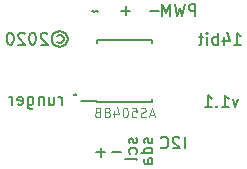
<source format=gbo>
G04 #@! TF.GenerationSoftware,KiCad,Pcbnew,(5.1.5-0-10_14)*
G04 #@! TF.CreationDate,2020-09-28T19:56:29+02:00*
G04 #@! TF.ProjectId,Encoder,456e636f-6465-4722-9e6b-696361645f70,1.1*
G04 #@! TF.SameCoordinates,Original*
G04 #@! TF.FileFunction,Legend,Bot*
G04 #@! TF.FilePolarity,Positive*
%FSLAX46Y46*%
G04 Gerber Fmt 4.6, Leading zero omitted, Abs format (unit mm)*
G04 Created by KiCad (PCBNEW (5.1.5-0-10_14)) date 2020-09-28 19:56:29*
%MOMM*%
%LPD*%
G04 APERTURE LIST*
%ADD10C,0.150000*%
%ADD11C,0.125000*%
G04 APERTURE END LIST*
D10*
X112988000Y-95269142D02*
X113035619Y-95316761D01*
X112988000Y-95364380D01*
X112940380Y-95316761D01*
X112988000Y-95269142D01*
X112988000Y-95364380D01*
X119492761Y-98992952D02*
X119540380Y-99088190D01*
X119540380Y-99278666D01*
X119492761Y-99373904D01*
X119397523Y-99421523D01*
X119349904Y-99421523D01*
X119254666Y-99373904D01*
X119207047Y-99278666D01*
X119207047Y-99135809D01*
X119159428Y-99040571D01*
X119064190Y-98992952D01*
X119016571Y-98992952D01*
X118921333Y-99040571D01*
X118873714Y-99135809D01*
X118873714Y-99278666D01*
X118921333Y-99373904D01*
X119540380Y-100278666D02*
X118540380Y-100278666D01*
X119492761Y-100278666D02*
X119540380Y-100183428D01*
X119540380Y-99992952D01*
X119492761Y-99897714D01*
X119445142Y-99850095D01*
X119349904Y-99802476D01*
X119064190Y-99802476D01*
X118968952Y-99850095D01*
X118921333Y-99897714D01*
X118873714Y-99992952D01*
X118873714Y-100183428D01*
X118921333Y-100278666D01*
X119540380Y-101183428D02*
X119016571Y-101183428D01*
X118921333Y-101135809D01*
X118873714Y-101040571D01*
X118873714Y-100850095D01*
X118921333Y-100754857D01*
X119492761Y-101183428D02*
X119540380Y-101088190D01*
X119540380Y-100850095D01*
X119492761Y-100754857D01*
X119397523Y-100707238D01*
X119302285Y-100707238D01*
X119207047Y-100754857D01*
X119159428Y-100850095D01*
X119159428Y-101088190D01*
X119111809Y-101183428D01*
X118192761Y-99007238D02*
X118240380Y-99102476D01*
X118240380Y-99292952D01*
X118192761Y-99388190D01*
X118097523Y-99435809D01*
X118049904Y-99435809D01*
X117954666Y-99388190D01*
X117907047Y-99292952D01*
X117907047Y-99150095D01*
X117859428Y-99054857D01*
X117764190Y-99007238D01*
X117716571Y-99007238D01*
X117621333Y-99054857D01*
X117573714Y-99150095D01*
X117573714Y-99292952D01*
X117621333Y-99388190D01*
X118192761Y-100292952D02*
X118240380Y-100197714D01*
X118240380Y-100007238D01*
X118192761Y-99912000D01*
X118145142Y-99864380D01*
X118049904Y-99816761D01*
X117764190Y-99816761D01*
X117668952Y-99864380D01*
X117621333Y-99912000D01*
X117573714Y-100007238D01*
X117573714Y-100197714D01*
X117621333Y-100292952D01*
X118240380Y-100864380D02*
X118192761Y-100769142D01*
X118097523Y-100721523D01*
X117240380Y-100721523D01*
X116868952Y-100183428D02*
X116107047Y-100183428D01*
X115568952Y-100183428D02*
X114807047Y-100183428D01*
X115188000Y-100564380D02*
X115188000Y-99802476D01*
X120068952Y-88183428D02*
X119307047Y-88183428D01*
X114909904Y-88303428D02*
X114862285Y-88255809D01*
X114767047Y-88208190D01*
X114576571Y-88303428D01*
X114481333Y-88255809D01*
X114433714Y-88208190D01*
X117668952Y-88183428D02*
X116907047Y-88183428D01*
X117288000Y-88564380D02*
X117288000Y-87802476D01*
X111502285Y-90302476D02*
X111597523Y-90254857D01*
X111788000Y-90254857D01*
X111883238Y-90302476D01*
X111978476Y-90397714D01*
X112026095Y-90492952D01*
X112026095Y-90683428D01*
X111978476Y-90778666D01*
X111883238Y-90873904D01*
X111788000Y-90921523D01*
X111597523Y-90921523D01*
X111502285Y-90873904D01*
X111692761Y-89921523D02*
X111930857Y-89969142D01*
X112168952Y-90112000D01*
X112311809Y-90350095D01*
X112359428Y-90588190D01*
X112311809Y-90826285D01*
X112168952Y-91064380D01*
X111930857Y-91207238D01*
X111692761Y-91254857D01*
X111454666Y-91207238D01*
X111216571Y-91064380D01*
X111073714Y-90826285D01*
X111026095Y-90588190D01*
X111073714Y-90350095D01*
X111216571Y-90112000D01*
X111454666Y-89969142D01*
X111692761Y-89921523D01*
X110645142Y-90159619D02*
X110597523Y-90112000D01*
X110502285Y-90064380D01*
X110264190Y-90064380D01*
X110168952Y-90112000D01*
X110121333Y-90159619D01*
X110073714Y-90254857D01*
X110073714Y-90350095D01*
X110121333Y-90492952D01*
X110692761Y-91064380D01*
X110073714Y-91064380D01*
X109454666Y-90064380D02*
X109359428Y-90064380D01*
X109264190Y-90112000D01*
X109216571Y-90159619D01*
X109168952Y-90254857D01*
X109121333Y-90445333D01*
X109121333Y-90683428D01*
X109168952Y-90873904D01*
X109216571Y-90969142D01*
X109264190Y-91016761D01*
X109359428Y-91064380D01*
X109454666Y-91064380D01*
X109549904Y-91016761D01*
X109597523Y-90969142D01*
X109645142Y-90873904D01*
X109692761Y-90683428D01*
X109692761Y-90445333D01*
X109645142Y-90254857D01*
X109597523Y-90159619D01*
X109549904Y-90112000D01*
X109454666Y-90064380D01*
X108740380Y-90159619D02*
X108692761Y-90112000D01*
X108597523Y-90064380D01*
X108359428Y-90064380D01*
X108264190Y-90112000D01*
X108216571Y-90159619D01*
X108168952Y-90254857D01*
X108168952Y-90350095D01*
X108216571Y-90492952D01*
X108788000Y-91064380D01*
X108168952Y-91064380D01*
X107549904Y-90064380D02*
X107454666Y-90064380D01*
X107359428Y-90112000D01*
X107311809Y-90159619D01*
X107264190Y-90254857D01*
X107216571Y-90445333D01*
X107216571Y-90683428D01*
X107264190Y-90873904D01*
X107311809Y-90969142D01*
X107359428Y-91016761D01*
X107454666Y-91064380D01*
X107549904Y-91064380D01*
X107645142Y-91016761D01*
X107692761Y-90969142D01*
X107740380Y-90873904D01*
X107788000Y-90683428D01*
X107788000Y-90445333D01*
X107740380Y-90254857D01*
X107692761Y-90159619D01*
X107645142Y-90112000D01*
X107549904Y-90064380D01*
X111854666Y-96164380D02*
X111854666Y-95497714D01*
X111854666Y-95688190D02*
X111807047Y-95592952D01*
X111759428Y-95545333D01*
X111664190Y-95497714D01*
X111568952Y-95497714D01*
X110807047Y-95497714D02*
X110807047Y-96164380D01*
X111235619Y-95497714D02*
X111235619Y-96021523D01*
X111188000Y-96116761D01*
X111092761Y-96164380D01*
X110949904Y-96164380D01*
X110854666Y-96116761D01*
X110807047Y-96069142D01*
X110330857Y-95497714D02*
X110330857Y-96164380D01*
X110330857Y-95592952D02*
X110283238Y-95545333D01*
X110188000Y-95497714D01*
X110045142Y-95497714D01*
X109949904Y-95545333D01*
X109902285Y-95640571D01*
X109902285Y-96164380D01*
X108997523Y-95497714D02*
X108997523Y-96307238D01*
X109045142Y-96402476D01*
X109092761Y-96450095D01*
X109188000Y-96497714D01*
X109330857Y-96497714D01*
X109426095Y-96450095D01*
X108997523Y-96116761D02*
X109092761Y-96164380D01*
X109283238Y-96164380D01*
X109378476Y-96116761D01*
X109426095Y-96069142D01*
X109473714Y-95973904D01*
X109473714Y-95688190D01*
X109426095Y-95592952D01*
X109378476Y-95545333D01*
X109283238Y-95497714D01*
X109092761Y-95497714D01*
X108997523Y-95545333D01*
X108140380Y-96116761D02*
X108235619Y-96164380D01*
X108426095Y-96164380D01*
X108521333Y-96116761D01*
X108568952Y-96021523D01*
X108568952Y-95640571D01*
X108521333Y-95545333D01*
X108426095Y-95497714D01*
X108235619Y-95497714D01*
X108140380Y-95545333D01*
X108092761Y-95640571D01*
X108092761Y-95735809D01*
X108568952Y-95831047D01*
X107664190Y-96164380D02*
X107664190Y-95497714D01*
X107664190Y-95688190D02*
X107616571Y-95592952D01*
X107568952Y-95545333D01*
X107473714Y-95497714D01*
X107378476Y-95497714D01*
X123192761Y-88664380D02*
X123192761Y-87664380D01*
X122811809Y-87664380D01*
X122716571Y-87712000D01*
X122668952Y-87759619D01*
X122621333Y-87854857D01*
X122621333Y-87997714D01*
X122668952Y-88092952D01*
X122716571Y-88140571D01*
X122811809Y-88188190D01*
X123192761Y-88188190D01*
X122288000Y-87664380D02*
X122049904Y-88664380D01*
X121859428Y-87950095D01*
X121668952Y-88664380D01*
X121430857Y-87664380D01*
X121049904Y-88664380D02*
X121049904Y-87664380D01*
X120716571Y-88378666D01*
X120383238Y-87664380D01*
X120383238Y-88664380D01*
X122264190Y-99864380D02*
X122264190Y-98864380D01*
X121835619Y-98959619D02*
X121788000Y-98912000D01*
X121692761Y-98864380D01*
X121454666Y-98864380D01*
X121359428Y-98912000D01*
X121311809Y-98959619D01*
X121264190Y-99054857D01*
X121264190Y-99150095D01*
X121311809Y-99292952D01*
X121883238Y-99864380D01*
X121264190Y-99864380D01*
X120264190Y-99769142D02*
X120311809Y-99816761D01*
X120454666Y-99864380D01*
X120549904Y-99864380D01*
X120692761Y-99816761D01*
X120788000Y-99721523D01*
X120835619Y-99626285D01*
X120883238Y-99435809D01*
X120883238Y-99292952D01*
X120835619Y-99102476D01*
X120788000Y-99007238D01*
X120692761Y-98912000D01*
X120549904Y-98864380D01*
X120454666Y-98864380D01*
X120311809Y-98912000D01*
X120264190Y-98959619D01*
X126454666Y-91064380D02*
X127026095Y-91064380D01*
X126740380Y-91064380D02*
X126740380Y-90064380D01*
X126835619Y-90207238D01*
X126930857Y-90302476D01*
X127026095Y-90350095D01*
X125597523Y-90397714D02*
X125597523Y-91064380D01*
X125835619Y-90016761D02*
X126073714Y-90731047D01*
X125454666Y-90731047D01*
X125073714Y-91064380D02*
X125073714Y-90064380D01*
X125073714Y-90445333D02*
X124978476Y-90397714D01*
X124788000Y-90397714D01*
X124692761Y-90445333D01*
X124645142Y-90492952D01*
X124597523Y-90588190D01*
X124597523Y-90873904D01*
X124645142Y-90969142D01*
X124692761Y-91016761D01*
X124788000Y-91064380D01*
X124978476Y-91064380D01*
X125073714Y-91016761D01*
X124168952Y-91064380D02*
X124168952Y-90397714D01*
X124168952Y-90064380D02*
X124216571Y-90112000D01*
X124168952Y-90159619D01*
X124121333Y-90112000D01*
X124168952Y-90064380D01*
X124168952Y-90159619D01*
X123835619Y-90397714D02*
X123454666Y-90397714D01*
X123692761Y-90064380D02*
X123692761Y-90921523D01*
X123645142Y-91016761D01*
X123549904Y-91064380D01*
X123454666Y-91064380D01*
X126816571Y-95697714D02*
X126578476Y-96364380D01*
X126340380Y-95697714D01*
X125435619Y-96364380D02*
X126007047Y-96364380D01*
X125721333Y-96364380D02*
X125721333Y-95364380D01*
X125816571Y-95507238D01*
X125911809Y-95602476D01*
X126007047Y-95650095D01*
X125007047Y-96269142D02*
X124959428Y-96316761D01*
X125007047Y-96364380D01*
X125054666Y-96316761D01*
X125007047Y-96269142D01*
X125007047Y-96364380D01*
X124007047Y-96364380D02*
X124578476Y-96364380D01*
X124292761Y-96364380D02*
X124292761Y-95364380D01*
X124388000Y-95507238D01*
X124483238Y-95602476D01*
X124578476Y-95650095D01*
X114863000Y-95812000D02*
X113513000Y-95812000D01*
X114863000Y-90687000D02*
X119513000Y-90687000D01*
X114863000Y-95937000D02*
X119513000Y-95937000D01*
X114863000Y-90687000D02*
X114863000Y-90912000D01*
X119513000Y-90687000D02*
X119513000Y-90912000D01*
X119513000Y-95937000D02*
X119513000Y-95712000D01*
X114863000Y-95937000D02*
X114863000Y-95812000D01*
D11*
X119683238Y-96995333D02*
X119302285Y-96995333D01*
X119759428Y-97223904D02*
X119492761Y-96423904D01*
X119226095Y-97223904D01*
X118997523Y-97185809D02*
X118883238Y-97223904D01*
X118692761Y-97223904D01*
X118616571Y-97185809D01*
X118578476Y-97147714D01*
X118540380Y-97071523D01*
X118540380Y-96995333D01*
X118578476Y-96919142D01*
X118616571Y-96881047D01*
X118692761Y-96842952D01*
X118845142Y-96804857D01*
X118921333Y-96766761D01*
X118959428Y-96728666D01*
X118997523Y-96652476D01*
X118997523Y-96576285D01*
X118959428Y-96500095D01*
X118921333Y-96462000D01*
X118845142Y-96423904D01*
X118654666Y-96423904D01*
X118540380Y-96462000D01*
X117816571Y-96423904D02*
X118197523Y-96423904D01*
X118235619Y-96804857D01*
X118197523Y-96766761D01*
X118121333Y-96728666D01*
X117930857Y-96728666D01*
X117854666Y-96766761D01*
X117816571Y-96804857D01*
X117778476Y-96881047D01*
X117778476Y-97071523D01*
X117816571Y-97147714D01*
X117854666Y-97185809D01*
X117930857Y-97223904D01*
X118121333Y-97223904D01*
X118197523Y-97185809D01*
X118235619Y-97147714D01*
X117283238Y-96423904D02*
X117207047Y-96423904D01*
X117130857Y-96462000D01*
X117092761Y-96500095D01*
X117054666Y-96576285D01*
X117016571Y-96728666D01*
X117016571Y-96919142D01*
X117054666Y-97071523D01*
X117092761Y-97147714D01*
X117130857Y-97185809D01*
X117207047Y-97223904D01*
X117283238Y-97223904D01*
X117359428Y-97185809D01*
X117397523Y-97147714D01*
X117435619Y-97071523D01*
X117473714Y-96919142D01*
X117473714Y-96728666D01*
X117435619Y-96576285D01*
X117397523Y-96500095D01*
X117359428Y-96462000D01*
X117283238Y-96423904D01*
X116330857Y-96690571D02*
X116330857Y-97223904D01*
X116521333Y-96385809D02*
X116711809Y-96957238D01*
X116216571Y-96957238D01*
X115797523Y-96766761D02*
X115873714Y-96728666D01*
X115911809Y-96690571D01*
X115949904Y-96614380D01*
X115949904Y-96576285D01*
X115911809Y-96500095D01*
X115873714Y-96462000D01*
X115797523Y-96423904D01*
X115645142Y-96423904D01*
X115568952Y-96462000D01*
X115530857Y-96500095D01*
X115492761Y-96576285D01*
X115492761Y-96614380D01*
X115530857Y-96690571D01*
X115568952Y-96728666D01*
X115645142Y-96766761D01*
X115797523Y-96766761D01*
X115873714Y-96804857D01*
X115911809Y-96842952D01*
X115949904Y-96919142D01*
X115949904Y-97071523D01*
X115911809Y-97147714D01*
X115873714Y-97185809D01*
X115797523Y-97223904D01*
X115645142Y-97223904D01*
X115568952Y-97185809D01*
X115530857Y-97147714D01*
X115492761Y-97071523D01*
X115492761Y-96919142D01*
X115530857Y-96842952D01*
X115568952Y-96804857D01*
X115645142Y-96766761D01*
X114883238Y-96804857D02*
X114768952Y-96842952D01*
X114730857Y-96881047D01*
X114692761Y-96957238D01*
X114692761Y-97071523D01*
X114730857Y-97147714D01*
X114768952Y-97185809D01*
X114845142Y-97223904D01*
X115149904Y-97223904D01*
X115149904Y-96423904D01*
X114883238Y-96423904D01*
X114807047Y-96462000D01*
X114768952Y-96500095D01*
X114730857Y-96576285D01*
X114730857Y-96652476D01*
X114768952Y-96728666D01*
X114807047Y-96766761D01*
X114883238Y-96804857D01*
X115149904Y-96804857D01*
M02*

</source>
